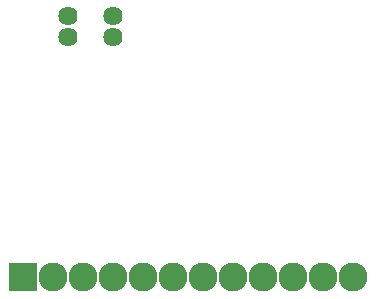
<source format=gbr>
G04 EAGLE Gerber RS-274X export*
G75*
%MOMM*%
%FSLAX34Y34*%
%LPD*%
%INSoldermask Bottom*%
%IPPOS*%
%AMOC8*
5,1,8,0,0,1.08239X$1,22.5*%
G01*
%ADD10C,1.625600*%
%ADD11R,2.438400X2.438400*%
%ADD12C,2.438400*%


D10*
X101600Y360934D03*
X101600Y342900D03*
X139700Y342900D03*
X139700Y360934D03*
D11*
X63500Y139700D03*
D12*
X88900Y139700D03*
X114300Y139700D03*
X139700Y139700D03*
X165100Y139700D03*
X190500Y139700D03*
X215900Y139700D03*
X241300Y139700D03*
X266700Y139700D03*
X292100Y139700D03*
X317500Y139700D03*
X342900Y139700D03*
M02*

</source>
